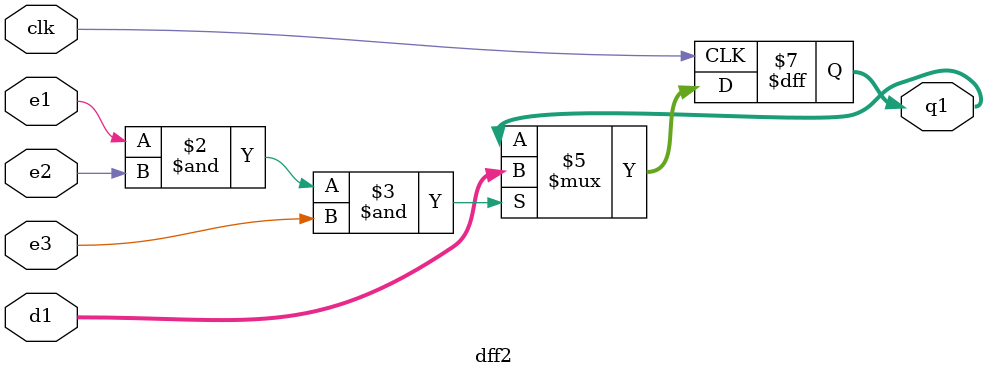
<source format=v>

`timescale 1 ns/ 100 ps

module dff2(q1, d1, clk, e1, e2, e3);

parameter size=5;

input [size-1:0] d1;
input clk;

input e1,e2;
input e3 ; 

output reg [size-1:0] q1;

always @(posedge clk)
  if (e1&e2&e3) 
      q1 = d1;
          
endmodule
</source>
